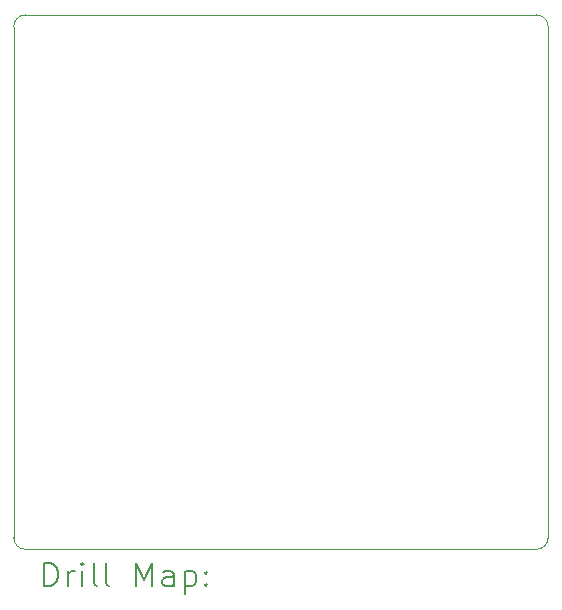
<source format=gbr>
%TF.GenerationSoftware,KiCad,Pcbnew,8.0.2*%
%TF.CreationDate,2024-06-05T16:45:07+02:00*%
%TF.ProjectId,IF to LOW_IF Mixer,49462074-6f20-44c4-9f57-5f4946204d69,rev?*%
%TF.SameCoordinates,Original*%
%TF.FileFunction,Drillmap*%
%TF.FilePolarity,Positive*%
%FSLAX45Y45*%
G04 Gerber Fmt 4.5, Leading zero omitted, Abs format (unit mm)*
G04 Created by KiCad (PCBNEW 8.0.2) date 2024-06-05 16:45:07*
%MOMM*%
%LPD*%
G01*
G04 APERTURE LIST*
%ADD10C,0.050000*%
%ADD11C,0.200000*%
G04 APERTURE END LIST*
D10*
X12250000Y-4400000D02*
X7925000Y-4400000D01*
X7925000Y-8925000D02*
X12250000Y-8925000D01*
X12350000Y-8825000D02*
X12350000Y-4500000D01*
X12350000Y-8825000D02*
G75*
G02*
X12250000Y-8925000I-100000J0D01*
G01*
X7825000Y-4500000D02*
X7825000Y-8825000D01*
X7825000Y-4500000D02*
G75*
G02*
X7925000Y-4400000I100000J0D01*
G01*
X7925000Y-8925000D02*
G75*
G02*
X7825000Y-8825000I0J100000D01*
G01*
X12250000Y-4400000D02*
G75*
G02*
X12350000Y-4500000I0J-100000D01*
G01*
D11*
X8083277Y-9238984D02*
X8083277Y-9038984D01*
X8083277Y-9038984D02*
X8130896Y-9038984D01*
X8130896Y-9038984D02*
X8159467Y-9048508D01*
X8159467Y-9048508D02*
X8178515Y-9067555D01*
X8178515Y-9067555D02*
X8188039Y-9086603D01*
X8188039Y-9086603D02*
X8197562Y-9124698D01*
X8197562Y-9124698D02*
X8197562Y-9153270D01*
X8197562Y-9153270D02*
X8188039Y-9191365D01*
X8188039Y-9191365D02*
X8178515Y-9210412D01*
X8178515Y-9210412D02*
X8159467Y-9229460D01*
X8159467Y-9229460D02*
X8130896Y-9238984D01*
X8130896Y-9238984D02*
X8083277Y-9238984D01*
X8283277Y-9238984D02*
X8283277Y-9105650D01*
X8283277Y-9143746D02*
X8292801Y-9124698D01*
X8292801Y-9124698D02*
X8302324Y-9115174D01*
X8302324Y-9115174D02*
X8321372Y-9105650D01*
X8321372Y-9105650D02*
X8340420Y-9105650D01*
X8407086Y-9238984D02*
X8407086Y-9105650D01*
X8407086Y-9038984D02*
X8397563Y-9048508D01*
X8397563Y-9048508D02*
X8407086Y-9058031D01*
X8407086Y-9058031D02*
X8416610Y-9048508D01*
X8416610Y-9048508D02*
X8407086Y-9038984D01*
X8407086Y-9038984D02*
X8407086Y-9058031D01*
X8530896Y-9238984D02*
X8511848Y-9229460D01*
X8511848Y-9229460D02*
X8502324Y-9210412D01*
X8502324Y-9210412D02*
X8502324Y-9038984D01*
X8635658Y-9238984D02*
X8616610Y-9229460D01*
X8616610Y-9229460D02*
X8607086Y-9210412D01*
X8607086Y-9210412D02*
X8607086Y-9038984D01*
X8864229Y-9238984D02*
X8864229Y-9038984D01*
X8864229Y-9038984D02*
X8930896Y-9181841D01*
X8930896Y-9181841D02*
X8997563Y-9038984D01*
X8997563Y-9038984D02*
X8997563Y-9238984D01*
X9178515Y-9238984D02*
X9178515Y-9134222D01*
X9178515Y-9134222D02*
X9168991Y-9115174D01*
X9168991Y-9115174D02*
X9149944Y-9105650D01*
X9149944Y-9105650D02*
X9111848Y-9105650D01*
X9111848Y-9105650D02*
X9092801Y-9115174D01*
X9178515Y-9229460D02*
X9159467Y-9238984D01*
X9159467Y-9238984D02*
X9111848Y-9238984D01*
X9111848Y-9238984D02*
X9092801Y-9229460D01*
X9092801Y-9229460D02*
X9083277Y-9210412D01*
X9083277Y-9210412D02*
X9083277Y-9191365D01*
X9083277Y-9191365D02*
X9092801Y-9172317D01*
X9092801Y-9172317D02*
X9111848Y-9162793D01*
X9111848Y-9162793D02*
X9159467Y-9162793D01*
X9159467Y-9162793D02*
X9178515Y-9153270D01*
X9273753Y-9105650D02*
X9273753Y-9305650D01*
X9273753Y-9115174D02*
X9292801Y-9105650D01*
X9292801Y-9105650D02*
X9330896Y-9105650D01*
X9330896Y-9105650D02*
X9349944Y-9115174D01*
X9349944Y-9115174D02*
X9359467Y-9124698D01*
X9359467Y-9124698D02*
X9368991Y-9143746D01*
X9368991Y-9143746D02*
X9368991Y-9200889D01*
X9368991Y-9200889D02*
X9359467Y-9219936D01*
X9359467Y-9219936D02*
X9349944Y-9229460D01*
X9349944Y-9229460D02*
X9330896Y-9238984D01*
X9330896Y-9238984D02*
X9292801Y-9238984D01*
X9292801Y-9238984D02*
X9273753Y-9229460D01*
X9454705Y-9219936D02*
X9464229Y-9229460D01*
X9464229Y-9229460D02*
X9454705Y-9238984D01*
X9454705Y-9238984D02*
X9445182Y-9229460D01*
X9445182Y-9229460D02*
X9454705Y-9219936D01*
X9454705Y-9219936D02*
X9454705Y-9238984D01*
X9454705Y-9115174D02*
X9464229Y-9124698D01*
X9464229Y-9124698D02*
X9454705Y-9134222D01*
X9454705Y-9134222D02*
X9445182Y-9124698D01*
X9445182Y-9124698D02*
X9454705Y-9115174D01*
X9454705Y-9115174D02*
X9454705Y-9134222D01*
M02*

</source>
